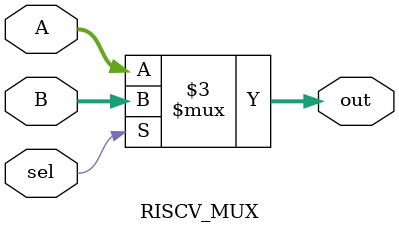
<source format=v>

module RISCV_MUX (
    input sel,
    input [31:0] A, B,
    output reg [31:0] out
);

always @(sel, A, B) begin
    out = (sel == 1'b0)? A : B;
end
    
endmodule

</source>
